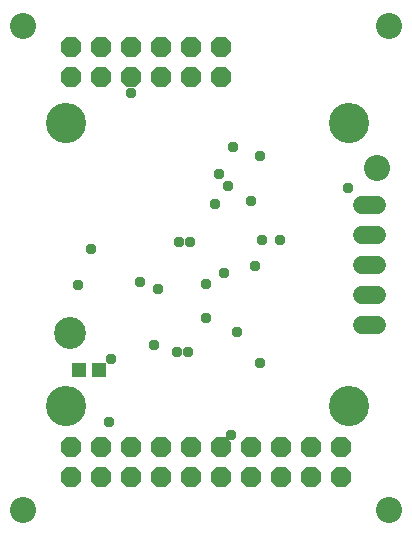
<source format=gbr>
G04 EAGLE Gerber RS-274X export*
G75*
%MOMM*%
%FSLAX34Y34*%
%LPD*%
%INSoldermask Bottom*%
%IPPOS*%
%AMOC8*
5,1,8,0,0,1.08239X$1,22.5*%
G01*
%ADD10C,2.203200*%
%ADD11R,1.303200X1.203200*%
%ADD12P,1.869504X8X202.500000*%
%ADD13C,3.403200*%
%ADD14C,1.511200*%
%ADD15P,1.869504X8X22.500000*%
%ADD16C,2.703200*%
%ADD17C,0.959600*%


D10*
X20000Y430000D03*
X20000Y20000D03*
X330000Y20000D03*
X330000Y430000D03*
D11*
X84370Y138340D03*
X67370Y138340D03*
D12*
X289300Y48100D03*
X263900Y48100D03*
X238500Y48100D03*
X213100Y48100D03*
X187700Y48100D03*
X162300Y48100D03*
X136900Y48100D03*
X111500Y48100D03*
X86100Y48100D03*
X60700Y48100D03*
X289300Y73500D03*
X263900Y73500D03*
X238500Y73500D03*
X213100Y73500D03*
X187700Y73500D03*
X162300Y73500D03*
X136900Y73500D03*
X111500Y73500D03*
X86100Y73500D03*
X60700Y73500D03*
D13*
X56200Y108000D03*
X296200Y108000D03*
X296200Y348000D03*
X56200Y348000D03*
D14*
X306820Y177200D02*
X319900Y177200D01*
X319900Y202600D02*
X306820Y202600D01*
X306820Y228000D02*
X319900Y228000D01*
X319900Y253400D02*
X306820Y253400D01*
X306820Y278800D02*
X319900Y278800D01*
D15*
X60500Y411900D03*
X85900Y411900D03*
X111300Y411900D03*
X136700Y411900D03*
X162100Y411900D03*
X187500Y411900D03*
X60500Y386500D03*
X85900Y386500D03*
X111300Y386500D03*
X136700Y386500D03*
X162100Y386500D03*
X187500Y386500D03*
D16*
X60000Y170000D03*
D10*
X320000Y310000D03*
D17*
X94488Y147828D03*
X131064Y160020D03*
X198120Y327660D03*
X185928Y304800D03*
X182880Y278892D03*
X92964Y94488D03*
X134112Y207264D03*
X196596Y83820D03*
X220980Y320040D03*
X111252Y373380D03*
X77724Y240792D03*
X193548Y294132D03*
X160020Y153924D03*
X161544Y246888D03*
X190500Y220980D03*
X175260Y211836D03*
X216408Y227076D03*
X175260Y182880D03*
X295656Y292608D03*
X118872Y213360D03*
X152400Y246888D03*
X222504Y248412D03*
X150876Y153924D03*
X201168Y170688D03*
X237744Y248412D03*
X67056Y210312D03*
X213360Y281940D03*
X220980Y144780D03*
M02*

</source>
